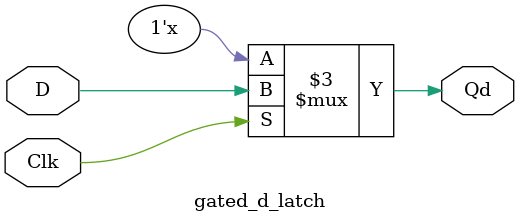
<source format=sv>
module gated_d_latch(
  input wire Clk,
  input wire D,
  output reg Qd
);

  // Gated D latch
 always @(Clk,D)
  begin
   if (Clk)
    Qd = D;
  end
  
endmodule

</source>
